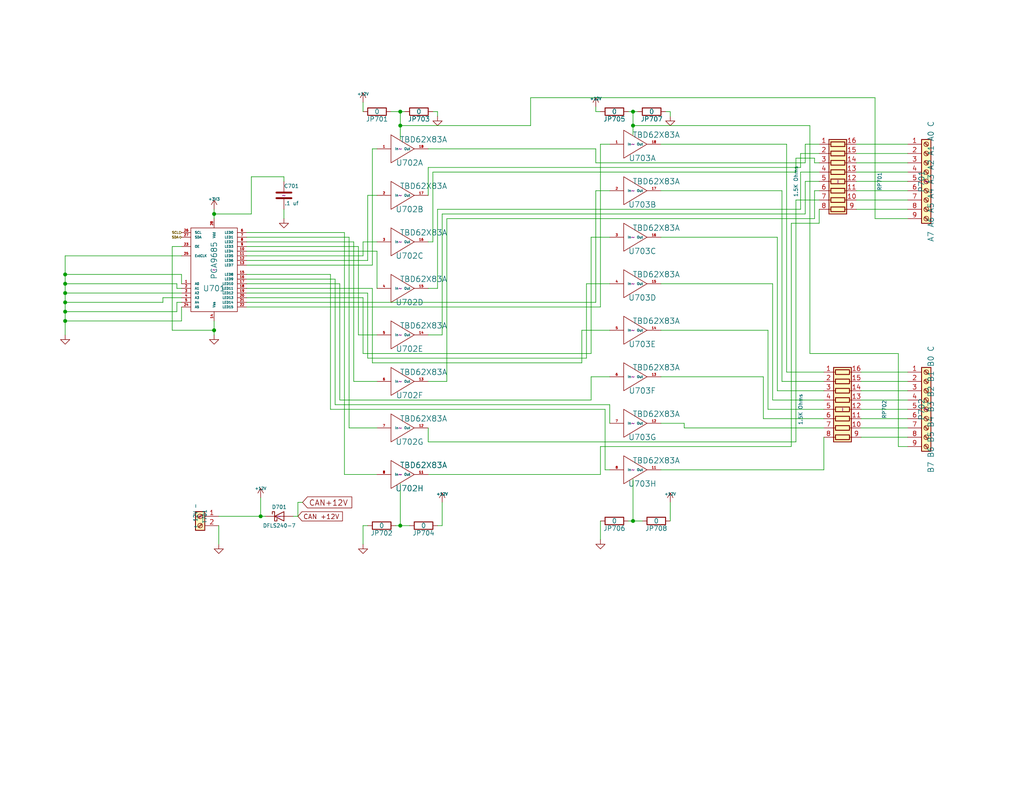
<source format=kicad_sch>
(kicad_sch (version 20211123) (generator eeschema)
  (paper "USLetter")
  (title_block (title "ESP32 S3 Multifunction Board Universal Turnout") (rev "1.0") (company "Deepwoods Software") (comment 1 "PWM Driver"))
  (lib_symbols
    (symbol "ESP32-T7S3-MultiFunctionUniversalTurnout-rescue:+12V" (power) (pin_names (offset 0))
      (property "Value" "+12V" (at 0 3.556 0))
      (symbol "+12V_0_1"
        (polyline (pts (xy -0.762 1.27) (xy 0 2.54)))
        (polyline (pts (xy 0 0) (xy 0 2.54)))
        (polyline (pts (xy 0 2.54) (xy 0.762 1.27)))
      )
      (symbol "+12V_1_1"
        (pin power_in line (at 0 0 90) (length 0) hide (name "+12V") (number "1"))
      )
    )
    (symbol "ESP32-T7S3-MultiFunctionUniversalTurnout-rescue:+3V3" (power) (pin_names (offset 0))
      (property "Value" "+3V3" (at 0 3.556 0))
      (symbol "+3V3_0_1"
        (polyline (pts (xy -0.762 1.27) (xy 0 2.54)))
        (polyline (pts (xy 0 0) (xy 0 2.54)))
        (polyline (pts (xy 0 2.54) (xy 0.762 1.27)))
      )
      (symbol "+3V3_1_1"
        (pin power_in line (at 0 0 90) (length 0) hide (name "+3V3") (number "1"))
      )
    )
    (symbol "ESP32-T7S3-MultiFunctionUniversalTurnout-rescue:C" (pin_numbers hide) (pin_names (offset 0.254))
      (property "Reference" "C" (at 0.635 2.54 0))
      (property "Value" "C" (at 0.635 -2.54 0))
      (symbol "C_0_1"
        (polyline (pts (xy -2.032 -0.762) (xy 2.032 -0.762)) (stroke (width 0.508)))
        (polyline (pts (xy -2.032 0.762) (xy 2.032 0.762)) (stroke (width 0.508)))
      )
      (symbol "C_1_1"
        (pin passive line (at 0 3.81 270) (length 2.794) (name "~") (number "1"))
        (pin passive line (at 0 -3.81 90) (length 2.794) (name "~") (number "2"))
      )
    )
    (symbol "ESP32-T7S3-MultiFunctionUniversalTurnout-rescue:D_Schottky" (pin_numbers hide) (pin_names (offset 1.016) hide)
      (property "Reference" "D" (at 0 2.54 0))
      (property "Value" "D_Schottky" (at 0 -2.54 0))
      (symbol "D_Schottky_0_1"
        (polyline (pts (xy 1.27 0) (xy -1.27 0)))
        (polyline (pts (xy 1.27 1.27) (xy 1.27 -1.27) (xy -1.27 0) (xy 1.27 1.27)) (stroke (width 0.2032)))
        (polyline (pts (xy -1.905 0.635) (xy -1.905 1.27) (xy -1.27 1.27) (xy -1.27 -1.27) (xy -0.635 -1.27) (xy -0.635 -0.635)) (stroke (width 0.2032)))
      )
      (symbol "D_Schottky_1_1"
        (pin passive line (at -3.81 0 0) (length 2.54) (name "K") (number "1"))
        (pin passive line (at 3.81 0 180) (length 2.54) (name "A") (number "2"))
      )
    )
    (symbol "ESP32-T7S3-MultiFunctionUniversalTurnout-rescue:GND" (power) (pin_names (offset 0))
      (property "Value" "GND" (at 0 -3.81 0))
      (symbol "GND_0_1"
        (polyline (pts (xy 0 0) (xy 0 -1.27) (xy 1.27 -1.27) (xy 0 -2.54) (xy -1.27 -1.27) (xy 0 -1.27)))
      )
      (symbol "GND_1_1"
        (pin power_in line (at 0 0 270) (length 0) hide (name "GND") (number "1"))
      )
    )
    (symbol "ESP32-T7S3-MultiFunctionUniversalTurnout-rescue:PCA9685" (pin_names (offset 1.016))
      (property "Reference" "U" (at 0 -5.08 0))
      (property "Value" "PCA9685" (at 0 2.54 90))
      (symbol "PCA9685_0_1"
        (rectangle (start -6.35 11.43) (end 6.35 -11.43))
      )
      (symbol "PCA9685_1_1"
        (pin input line (at -8.89 -3.81 0) (length 2.54) (name "A0") (number "1"))
        (pin output line (at 8.89 5.08 180) (length 2.54) (name "LED4") (number "10"))
        (pin output line (at 8.89 3.81 180) (length 2.54) (name "LED5") (number "11"))
        (pin output line (at 8.89 2.54 180) (length 2.54) (name "LED6") (number "12"))
        (pin output line (at 8.89 1.27 180) (length 2.54) (name "LED7") (number "13"))
        (pin power_in line (at 0 -13.97 90) (length 2.54) (name "Vss") (number "14"))
        (pin output line (at 8.89 -1.27 180) (length 2.54) (name "LED8") (number "15"))
        (pin output line (at 8.89 -2.54 180) (length 2.54) (name "LED9") (number "16"))
        (pin output line (at 8.89 -3.81 180) (length 2.54) (name "LED10") (number "17"))
        (pin output line (at 8.89 -5.08 180) (length 2.54) (name "LED11") (number "18"))
        (pin output line (at 8.89 -6.35 180) (length 2.54) (name "LED12") (number "19"))
        (pin input line (at -8.89 -5.08 0) (length 2.54) (name "A1") (number "2"))
        (pin output line (at 8.89 -7.62 180) (length 2.54) (name "LED13") (number "20"))
        (pin output line (at 8.89 -8.89 180) (length 2.54) (name "LED14") (number "21"))
        (pin output line (at 8.89 -10.16 180) (length 2.54) (name "LED15") (number "22"))
        (pin input line (at -8.89 6.35 0) (length 2.54) (name "OE") (number "23"))
        (pin input line (at -8.89 -10.16 0) (length 2.54) (name "A5") (number "24"))
        (pin input line (at -8.89 3.81 0) (length 2.54) (name "ExtCLK") (number "25"))
        (pin input line (at -8.89 10.16 0) (length 2.54) (name "SCL") (number "26"))
        (pin bidirectional line (at -8.89 8.89 0) (length 2.54) (name "SDA") (number "27"))
        (pin power_in line (at 0 13.97 270) (length 2.54) (name "Vdd") (number "28"))
        (pin input line (at -8.89 -6.35 0) (length 2.54) (name "A2") (number "3"))
        (pin input line (at -8.89 -7.62 0) (length 2.54) (name "A3") (number "4"))
        (pin input line (at -8.89 -8.89 0) (length 2.54) (name "A4") (number "5"))
        (pin output line (at 8.89 10.16 180) (length 2.54) (name "LED0") (number "6"))
        (pin output line (at 8.89 8.89 180) (length 2.54) (name "LED1") (number "7"))
        (pin output line (at 8.89 7.62 180) (length 2.54) (name "LED2") (number "8"))
        (pin output line (at 8.89 6.35 180) (length 2.54) (name "LED3") (number "9"))
      )
    )
    (symbol "ESP32-T7S3-MultiFunctionUniversalTurnout-rescue:R" (pin_numbers hide) (pin_names (offset 0))
      (property "Reference" "R" (at 2.032 0 90))
      (property "Value" "R" (at 0 0 90))
      (symbol "R_0_1"
        (rectangle (start -1.016 -2.54) (end 1.016 2.54) (stroke (width 0.254)))
      )
      (symbol "R_1_1"
        (pin passive line (at 0 3.81 270) (length 1.27) (name "~") (number "1"))
        (pin passive line (at 0 -3.81 90) (length 1.27) (name "~") (number "2"))
      )
    )
    (symbol "ESP32-T7S3-MultiFunctionUniversalTurnout-rescue:R_Pack08" (pin_names (offset 0) hide)
      (property "Reference" "RN" (at -12.7 0 90))
      (property "Value" "R_Pack08" (at 10.16 0 90))
      (symbol "R_Pack08_0_1"
        (rectangle (start -11.43 -2.413) (end 8.89 2.413) (stroke (width 0.254)) (fill (type background)))
        (rectangle (start -10.795 1.905) (end -9.525 -1.905) (stroke (width 0.254)))
        (rectangle (start -8.255 1.905) (end -6.985 -1.905) (stroke (width 0.254)))
        (rectangle (start -5.715 1.905) (end -4.445 -1.905) (stroke (width 0.254)))
        (rectangle (start -3.175 1.905) (end -1.905 -1.905) (stroke (width 0.254)))
        (rectangle (start -0.635 1.905) (end 0.635 -1.905) (stroke (width 0.254)))
        (polyline (pts (xy -10.16 -2.54) (xy -10.16 -1.905)))
        (polyline (pts (xy -10.16 1.905) (xy -10.16 2.54)))
        (polyline (pts (xy -7.62 -2.54) (xy -7.62 -1.905)))
        (polyline (pts (xy -7.62 1.905) (xy -7.62 2.54)))
        (polyline (pts (xy -5.08 -2.54) (xy -5.08 -1.905)))
        (polyline (pts (xy -5.08 1.905) (xy -5.08 2.54)))
        (polyline (pts (xy -2.54 -2.54) (xy -2.54 -1.905)))
        (polyline (pts (xy -2.54 1.905) (xy -2.54 2.54)))
        (polyline (pts (xy 0 -2.54) (xy 0 -1.905)))
        (polyline (pts (xy 0 1.905) (xy 0 2.54)))
        (polyline (pts (xy 2.54 -2.54) (xy 2.54 -1.905)))
        (polyline (pts (xy 2.54 1.905) (xy 2.54 2.54)))
        (polyline (pts (xy 5.08 -2.54) (xy 5.08 -1.905)))
        (polyline (pts (xy 5.08 1.905) (xy 5.08 2.54)))
        (polyline (pts (xy 7.62 -2.54) (xy 7.62 -1.905)))
        (polyline (pts (xy 7.62 1.905) (xy 7.62 2.54)))
        (rectangle (start 1.905 1.905) (end 3.175 -1.905) (stroke (width 0.254)))
        (rectangle (start 4.445 1.905) (end 5.715 -1.905) (stroke (width 0.254)))
        (rectangle (start 6.985 1.905) (end 8.255 -1.905) (stroke (width 0.254)))
      )
      (symbol "R_Pack08_1_1"
        (pin passive line (at -10.16 -5.08 90) (length 2.54) (name "R1.1") (number "1"))
        (pin passive line (at 5.08 5.08 270) (length 2.54) (name "R7.2") (number "10"))
        (pin passive line (at 2.54 5.08 270) (length 2.54) (name "R6.2") (number "11"))
        (pin passive line (at 0 5.08 270) (length 2.54) (name "R5.2") (number "12"))
        (pin passive line (at -2.54 5.08 270) (length 2.54) (name "R4.2") (number "13"))
        (pin passive line (at -5.08 5.08 270) (length 2.54) (name "R3.2") (number "14"))
        (pin passive line (at -7.62 5.08 270) (length 2.54) (name "R2.2") (number "15"))
        (pin passive line (at -10.16 5.08 270) (length 2.54) (name "R1.2") (number "16"))
        (pin passive line (at -7.62 -5.08 90) (length 2.54) (name "R2.1") (number "2"))
        (pin passive line (at -5.08 -5.08 90) (length 2.54) (name "R3.1") (number "3"))
        (pin passive line (at -2.54 -5.08 90) (length 2.54) (name "R4.1") (number "4"))
        (pin passive line (at 0 -5.08 90) (length 2.54) (name "R5.1") (number "5"))
        (pin passive line (at 2.54 -5.08 90) (length 2.54) (name "R6.1") (number "6"))
        (pin passive line (at 5.08 -5.08 90) (length 2.54) (name "R7.1") (number "7"))
        (pin passive line (at 7.62 -5.08 90) (length 2.54) (name "R8.1") (number "8"))
        (pin passive line (at 7.62 5.08 270) (length 2.54) (name "R8.2") (number "9"))
      )
    )
    (symbol "ESP32-T7S3-MultiFunctionUniversalTurnout-rescue:Screw_Terminal_01x02" (pin_names (offset 1.016) hide)
      (property "Reference" "J" (at 0 2.54 0))
      (property "Value" "Screw_Terminal_01x02" (at 0 -5.08 0))
      (symbol "Screw_Terminal_01x02_1_1"
        (rectangle (start -1.27 1.27) (end 1.27 -3.81) (stroke (width 0.254)) (fill (type background)))
        (circle (center 0 -2.54) (radius 0.635) (stroke (width 0.1524)))
        (polyline (pts (xy -0.5334 -2.2098) (xy 0.3302 -3.048)) (stroke (width 0.1524)))
        (polyline (pts (xy -0.5334 0.3302) (xy 0.3302 -0.508)) (stroke (width 0.1524)))
        (polyline (pts (xy -0.3556 -2.032) (xy 0.508 -2.8702)) (stroke (width 0.1524)))
        (polyline (pts (xy -0.3556 0.508) (xy 0.508 -0.3302)) (stroke (width 0.1524)))
        (circle (center 0 0) (radius 0.635) (stroke (width 0.1524)))
        (pin passive line (at -5.08 0 0) (length 3.81) (name "Pin_1") (number "1"))
        (pin passive line (at -5.08 -2.54 0) (length 3.81) (name "Pin_2") (number "2"))
      )
    )
    (symbol "ESP32-T7S3-MultiFunctionUniversalTurnout-rescue:Screw_Terminal_01x09" (pin_names (offset 1.016) hide)
      (property "Reference" "J" (at 0 12.7 0))
      (property "Value" "Screw_Terminal_01x09" (at 0 -12.7 0))
      (symbol "Screw_Terminal_01x09_1_1"
        (rectangle (start -1.27 11.43) (end 1.27 -11.43) (stroke (width 0.254)) (fill (type background)))
        (circle (center 0 -10.16) (radius 0.635) (stroke (width 0.1524)))
        (circle (center 0 -7.62) (radius 0.635) (stroke (width 0.1524)))
        (circle (center 0 -5.08) (radius 0.635) (stroke (width 0.1524)))
        (circle (center 0 -2.54) (radius 0.635) (stroke (width 0.1524)))
        (polyline (pts (xy -0.5334 -9.8298) (xy 0.3302 -10.668)) (stroke (width 0.1524)))
        (polyline (pts (xy -0.5334 -7.2898) (xy 0.3302 -8.128)) (stroke (width 0.1524)))
        (polyline (pts (xy -0.5334 -4.7498) (xy 0.3302 -5.588)) (stroke (width 0.1524)))
        (polyline (pts (xy -0.5334 -2.2098) (xy 0.3302 -3.048)) (stroke (width 0.1524)))
        (polyline (pts (xy -0.5334 0.3302) (xy 0.3302 -0.508)) (stroke (width 0.1524)))
        (polyline (pts (xy -0.5334 2.8702) (xy 0.3302 2.032)) (stroke (width 0.1524)))
        (polyline (pts (xy -0.5334 5.4102) (xy 0.3302 4.572)) (stroke (width 0.1524)))
        (polyline (pts (xy -0.5334 7.9502) (xy 0.3302 7.112)) (stroke (width 0.1524)))
        (polyline (pts (xy -0.5334 10.4902) (xy 0.3302 9.652)) (stroke (width 0.1524)))
        (polyline (pts (xy -0.3556 -9.652) (xy 0.508 -10.4902)) (stroke (width 0.1524)))
        (polyline (pts (xy -0.3556 -7.112) (xy 0.508 -7.9502)) (stroke (width 0.1524)))
        (polyline (pts (xy -0.3556 -4.572) (xy 0.508 -5.4102)) (stroke (width 0.1524)))
        (polyline (pts (xy -0.3556 -2.032) (xy 0.508 -2.8702)) (stroke (width 0.1524)))
        (polyline (pts (xy -0.3556 0.508) (xy 0.508 -0.3302)) (stroke (width 0.1524)))
        (polyline (pts (xy -0.3556 3.048) (xy 0.508 2.2098)) (stroke (width 0.1524)))
        (polyline (pts (xy -0.3556 5.588) (xy 0.508 4.7498)) (stroke (width 0.1524)))
        (polyline (pts (xy -0.3556 8.128) (xy 0.508 7.2898)) (stroke (width 0.1524)))
        (polyline (pts (xy -0.3556 10.668) (xy 0.508 9.8298)) (stroke (width 0.1524)))
        (circle (center 0 0) (radius 0.635) (stroke (width 0.1524)))
        (circle (center 0 2.54) (radius 0.635) (stroke (width 0.1524)))
        (circle (center 0 5.08) (radius 0.635) (stroke (width 0.1524)))
        (circle (center 0 7.62) (radius 0.635) (stroke (width 0.1524)))
        (circle (center 0 10.16) (radius 0.635) (stroke (width 0.1524)))
        (pin passive line (at -5.08 10.16 0) (length 3.81) (name "Pin_1") (number "1"))
        (pin passive line (at -5.08 7.62 0) (length 3.81) (name "Pin_2") (number "2"))
        (pin passive line (at -5.08 5.08 0) (length 3.81) (name "Pin_3") (number "3"))
        (pin passive line (at -5.08 2.54 0) (length 3.81) (name "Pin_4") (number "4"))
        (pin passive line (at -5.08 0 0) (length 3.81) (name "Pin_5") (number "5"))
        (pin passive line (at -5.08 -2.54 0) (length 3.81) (name "Pin_6") (number "6"))
        (pin passive line (at -5.08 -5.08 0) (length 3.81) (name "Pin_7") (number "7"))
        (pin passive line (at -5.08 -7.62 0) (length 3.81) (name "Pin_8") (number "8"))
        (pin passive line (at -5.08 -10.16 0) (length 3.81) (name "Pin_9") (number "9"))
      )
    )
    (symbol "ESP32-T7S3-MultiFunctionUniversalTurnout-rescue:TBD62X83A" (pin_names (offset 1.016))
      (property "Reference" "U" (at 2.54 -3.81 0))
      (property "Value" "TBD62X83A" (at 6.35 2.54 0))
      (symbol "TBD62X83A_0_1"
        (polyline (pts (xy -2.54 3.81) (xy 3.81 0) (xy -2.54 -3.81) (xy -2.54 3.81)))
        (pin unspecified line (at 0 2.54 0) (length 0) hide (name "OC") (number "10"))
        (pin unspecified line (at 0 -2.54 0) (length 0) hide (name "IC") (number "9"))
      )
      (symbol "TBD62X83A_1_1"
        (pin input line (at -6.35 0 0) (length 3.81) (name "In") (number "1"))
        (pin output line (at 7.62 0 180) (length 3.81) (name "Out") (number "18"))
      )
      (symbol "TBD62X83A_2_1"
        (pin output line (at 7.62 0 180) (length 3.81) (name "Out") (number "17"))
        (pin input line (at -6.35 0 0) (length 3.81) (name "In") (number "2"))
      )
      (symbol "TBD62X83A_3_1"
        (pin output line (at 7.62 0 180) (length 3.81) (name "Out") (number "16"))
        (pin input line (at -6.35 0 0) (length 3.81) (name "In") (number "3"))
      )
      (symbol "TBD62X83A_4_1"
        (pin output line (at 7.62 0 180) (length 3.81) (name "Out") (number "15"))
        (pin input line (at -6.35 0 0) (length 3.81) (name "In") (number "4"))
      )
      (symbol "TBD62X83A_5_1"
        (pin output line (at 7.62 0 180) (length 3.81) (name "Out") (number "14"))
        (pin input line (at -6.35 0 0) (length 3.81) (name "In") (number "5"))
      )
      (symbol "TBD62X83A_6_1"
        (pin output line (at 7.62 0 180) (length 3.81) (name "Out") (number "13"))
        (pin input line (at -6.35 0 0) (length 3.81) (name "In") (number "6"))
      )
      (symbol "TBD62X83A_7_1"
        (pin output line (at 7.62 0 180) (length 3.81) (name "Out") (number "12"))
        (pin input line (at -6.35 0 0) (length 3.81) (name "In") (number "7"))
      )
      (symbol "TBD62X83A_8_1"
        (pin output line (at 7.62 0 180) (length 3.81) (name "Out") (number "11"))
        (pin input line (at -6.35 0 0) (length 3.81) (name "In") (number "8"))
      )
    )
  )
  (junction (at 172.72 30.48))
  (junction (at 58.42 58.42))
  (junction (at 109.22 143.51))
  (junction (at 17.78 85.09))
  (junction (at 17.78 82.55))
  (junction (at 172.72 34.29))
  (junction (at 109.22 30.48))
  (junction (at 17.78 87.63))
  (junction (at 58.42 90.17))
  (junction (at 17.78 80.01))
  (junction (at 17.78 77.47))
  (junction (at 71.12 140.97))
  (junction (at 109.22 34.29))
  (junction (at 172.72 142.24))
  (junction (at 17.78 74.93))
  (wire (pts (xy 48.26 77.47) (xy 17.78 77.47)))
  (wire (pts (xy 166.37 128.27) (xy 165.1 128.27)))
  (wire (pts (xy 99.06 96.52) (xy 161.29 96.52)))
  (wire (pts (xy 217.17 46.99) (xy 217.17 43.18)))
  (wire (pts (xy 59.69 140.97) (xy 71.12 140.97)))
  (wire (pts (xy 215.9 121.92) (xy 215.9 60.96)))
  (wire (pts (xy 224.79 106.68) (xy 212.09 106.68)))
  (wire (pts (xy 161.29 109.22) (xy 92.71 109.22)))
  (wire (pts (xy 217.17 120.65) (xy 116.84 120.65)))
  (wire (pts (xy 163.83 129.54) (xy 163.83 121.92)))
  (wire (pts (xy 100.33 97.79) (xy 100.33 80.01)))
  (wire (pts (xy 158.75 99.06) (xy 158.75 90.17)))
  (wire (pts (xy 17.78 80.01) (xy 17.78 82.55)))
  (wire (pts (xy 163.83 142.24) (xy 163.83 147.32)))
  (wire (pts (xy 58.42 57.15) (xy 58.42 58.42)))
  (wire (pts (xy 90.17 74.93) (xy 67.31 74.93)))
  (wire (pts (xy 209.55 90.17) (xy 180.34 90.17)))
  (wire (pts (xy 222.25 52.07) (xy 223.52 52.07)))
  (wire (pts (xy 67.31 83.82) (xy 163.83 83.82)))
  (wire (pts (xy 245.11 96.52) (xy 245.11 121.92)))
  (wire (pts (xy 99.06 69.85) (xy 99.06 66.04)))
  (wire (pts (xy 215.9 60.96) (xy 223.52 60.96)))
  (wire (pts (xy 93.98 129.54) (xy 102.87 129.54)))
  (wire (pts (xy 224.79 116.84) (xy 186.69 116.84)))
  (wire (pts (xy 171.45 30.48) (xy 172.72 30.48)))
  (wire (pts (xy 116.84 129.54) (xy 163.83 129.54)))
  (wire (pts (xy 245.11 121.92) (xy 247.65 121.92)))
  (wire (pts (xy 116.84 40.64) (xy 162.56 40.64)))
  (wire (pts (xy 67.31 64.77) (xy 95.25 64.77)))
  (wire (pts (xy 163.83 121.92) (xy 215.9 121.92)))
  (wire (pts (xy 67.31 76.2) (xy 91.44 76.2)))
  (wire (pts (xy 109.22 34.29) (xy 109.22 38.1)))
  (wire (pts (xy 238.76 59.69) (xy 247.65 59.69)))
  (wire (pts (xy 92.71 109.22) (xy 92.71 77.47)))
  (wire (pts (xy 118.11 46.99) (xy 217.17 46.99)))
  (wire (pts (xy 172.72 34.29) (xy 172.72 36.83)))
  (wire (pts (xy 17.78 85.09) (xy 17.78 87.63)))
  (wire (pts (xy 17.78 87.63) (xy 49.53 87.63)))
  (wire (pts (xy 97.79 67.31) (xy 97.79 91.44)))
  (wire (pts (xy 234.95 104.14) (xy 247.65 104.14)))
  (wire (pts (xy 233.68 39.37) (xy 247.65 39.37)))
  (wire (pts (xy 220.98 34.29) (xy 220.98 96.52)))
  (wire (pts (xy 233.68 54.61) (xy 247.65 54.61)))
  (wire (pts (xy 223.52 41.91) (xy 218.44 41.91)))
  (wire (pts (xy 166.37 102.87) (xy 161.29 102.87)))
  (wire (pts (xy 160.02 77.47) (xy 160.02 97.79)))
  (wire (pts (xy 181.61 30.48) (xy 182.88 30.48)))
  (wire (pts (xy 77.47 48.26) (xy 77.47 49.53)))
  (wire (pts (xy 161.29 96.52) (xy 161.29 64.77)))
  (wire (pts (xy 95.25 116.84) (xy 102.87 116.84)))
  (wire (pts (xy 163.83 39.37) (xy 166.37 39.37)))
  (wire (pts (xy 77.47 57.15) (xy 77.47 59.69)))
  (wire (pts (xy 49.53 87.63) (xy 49.53 83.82)))
  (wire (pts (xy 121.92 59.69) (xy 222.25 59.69)))
  (wire (pts (xy 95.25 64.77) (xy 95.25 116.84)))
  (wire (pts (xy 144.78 26.67) (xy 238.76 26.67)))
  (wire (pts (xy 119.38 57.15) (xy 119.38 78.74)))
  (wire (pts (xy 172.72 142.24) (xy 175.26 142.24)))
  (wire (pts (xy 233.68 49.53) (xy 247.65 49.53)))
  (wire (pts (xy 17.78 82.55) (xy 17.78 85.09)))
  (wire (pts (xy 116.84 66.04) (xy 118.11 66.04)))
  (wire (pts (xy 67.31 67.31) (xy 97.79 67.31)))
  (wire (pts (xy 17.78 74.93) (xy 17.78 77.47)))
  (wire (pts (xy 180.34 102.87) (xy 208.28 102.87)))
  (wire (pts (xy 166.37 110.49) (xy 166.37 115.57)))
  (wire (pts (xy 119.38 31.75) (xy 119.38 30.48)))
  (wire (pts (xy 109.22 132.08) (xy 109.22 143.51)))
  (wire (pts (xy 96.52 104.14) (xy 96.52 66.04)))
  (wire (pts (xy 100.33 71.12) (xy 67.31 71.12)))
  (wire (pts (xy 213.36 104.14) (xy 224.79 104.14)))
  (wire (pts (xy 171.45 142.24) (xy 172.72 142.24)))
  (wire (pts (xy 44.45 82.55) (xy 44.45 81.28)))
  (wire (pts (xy 116.84 120.65) (xy 116.84 116.84)))
  (wire (pts (xy 213.36 52.07) (xy 213.36 104.14)))
  (wire (pts (xy 247.65 41.91) (xy 233.68 41.91)))
  (wire (pts (xy 120.65 137.16) (xy 120.65 143.51)))
  (wire (pts (xy 102.87 104.14) (xy 96.52 104.14)))
  (wire (pts (xy 222.25 43.18) (xy 222.25 44.45)))
  (wire (pts (xy 214.63 39.37) (xy 180.34 39.37)))
  (wire (pts (xy 67.31 81.28) (xy 99.06 81.28)))
  (wire (pts (xy 158.75 90.17) (xy 166.37 90.17)))
  (wire (pts (xy 17.78 74.93) (xy 49.53 74.93)))
  (wire (pts (xy 218.44 45.72) (xy 116.84 45.72)))
  (wire (pts (xy 102.87 68.58) (xy 102.87 78.74)))
  (wire (pts (xy 247.65 57.15) (xy 233.68 57.15)))
  (wire (pts (xy 99.06 66.04) (xy 102.87 66.04)))
  (wire (pts (xy 17.78 69.85) (xy 49.53 69.85)))
  (wire (pts (xy 163.83 83.82) (xy 163.83 39.37)))
  (wire (pts (xy 44.45 81.28) (xy 49.53 81.28)))
  (wire (pts (xy 219.71 49.53) (xy 223.52 49.53)))
  (wire (pts (xy 162.56 44.45) (xy 219.71 44.45)))
  (wire (pts (xy 186.69 116.84) (xy 186.69 115.57)))
  (wire (pts (xy 214.63 101.6) (xy 214.63 39.37)))
  (wire (pts (xy 101.6 78.74) (xy 101.6 99.06)))
  (wire (pts (xy 166.37 77.47) (xy 160.02 77.47)))
  (wire (pts (xy 219.71 58.42) (xy 219.71 49.53)))
  (wire (pts (xy 92.71 77.47) (xy 67.31 77.47)))
  (wire (pts (xy 109.22 143.51) (xy 111.76 143.51)))
  (wire (pts (xy 17.78 77.47) (xy 17.78 80.01)))
  (wire (pts (xy 161.29 64.77) (xy 166.37 64.77)))
  (wire (pts (xy 100.33 53.34) (xy 100.33 71.12)))
  (wire (pts (xy 161.29 102.87) (xy 161.29 109.22)))
  (wire (pts (xy 90.17 111.76) (xy 90.17 74.93)))
  (wire (pts (xy 107.95 143.51) (xy 109.22 143.51)))
  (wire (pts (xy 172.72 130.81) (xy 172.72 142.24)))
  (wire (pts (xy 162.56 40.64) (xy 162.56 44.45)))
  (wire (pts (xy 186.69 115.57) (xy 180.34 115.57)))
  (wire (pts (xy 247.65 52.07) (xy 233.68 52.07)))
  (wire (pts (xy 120.65 91.44) (xy 120.65 58.42)))
  (wire (pts (xy 17.78 85.09) (xy 48.26 85.09)))
  (wire (pts (xy 172.72 30.48) (xy 173.99 30.48)))
  (wire (pts (xy 162.56 30.48) (xy 163.83 30.48)))
  (wire (pts (xy 48.26 85.09) (xy 48.26 82.55)))
  (wire (pts (xy 59.69 143.51) (xy 59.69 148.59)))
  (wire (pts (xy 46.99 90.17) (xy 58.42 90.17)))
  (wire (pts (xy 224.79 111.76) (xy 209.55 111.76)))
  (wire (pts (xy 46.99 67.31) (xy 46.99 90.17)))
  (wire (pts (xy 119.38 78.74) (xy 116.84 78.74)))
  (wire (pts (xy 165.1 111.76) (xy 90.17 111.76)))
  (wire (pts (xy 99.06 81.28) (xy 99.06 96.52)))
  (wire (pts (xy 220.98 96.52) (xy 245.11 96.52)))
  (wire (pts (xy 99.06 27.94) (xy 99.06 30.48)))
  (wire (pts (xy 247.65 46.99) (xy 233.68 46.99)))
  (wire (pts (xy 210.82 109.22) (xy 224.79 109.22)))
  (wire (pts (xy 46.99 67.31) (xy 49.53 67.31)))
  (wire (pts (xy 109.22 30.48) (xy 110.49 30.48)))
  (wire (pts (xy 162.56 52.07) (xy 162.56 82.55)))
  (wire (pts (xy 234.95 114.3) (xy 247.65 114.3)))
  (wire (pts (xy 144.78 34.29) (xy 144.78 26.67)))
  (wire (pts (xy 238.76 26.67) (xy 238.76 59.69)))
  (wire (pts (xy 162.56 82.55) (xy 67.31 82.55)))
  (wire (pts (xy 210.82 77.47) (xy 210.82 109.22)))
  (wire (pts (xy 109.22 30.48) (xy 109.22 34.29)))
  (wire (pts (xy 247.65 111.76) (xy 234.95 111.76)))
  (wire (pts (xy 247.65 106.68) (xy 234.95 106.68)))
  (wire (pts (xy 106.68 30.48) (xy 109.22 30.48)))
  (wire (pts (xy 119.38 30.48) (xy 118.11 30.48)))
  (wire (pts (xy 68.58 58.42) (xy 68.58 48.26)))
  (wire (pts (xy 217.17 54.61) (xy 217.17 120.65)))
  (wire (pts (xy 67.31 72.39) (xy 101.6 72.39)))
  (wire (pts (xy 234.95 109.22) (xy 247.65 109.22)))
  (wire (pts (xy 224.79 101.6) (xy 214.63 101.6)))
  (wire (pts (xy 81.28 140.97) (xy 80.01 140.97)))
  (wire (pts (xy 223.52 60.96) (xy 223.52 57.15)))
  (wire (pts (xy 116.84 45.72) (xy 116.84 53.34)))
  (wire (pts (xy 120.65 143.51) (xy 119.38 143.51)))
  (wire (pts (xy 218.44 41.91) (xy 218.44 45.72)))
  (wire (pts (xy 116.84 104.14) (xy 121.92 104.14)))
  (wire (pts (xy 96.52 66.04) (xy 67.31 66.04)))
  (wire (pts (xy 165.1 128.27) (xy 165.1 111.76)))
  (wire (pts (xy 218.44 57.15) (xy 119.38 57.15)))
  (wire (pts (xy 58.42 87.63) (xy 58.42 90.17)))
  (wire (pts (xy 49.53 74.93) (xy 49.53 77.47)))
  (wire (pts (xy 101.6 40.64) (xy 102.87 40.64)))
  (wire (pts (xy 182.88 30.48) (xy 182.88 31.75)))
  (wire (pts (xy 100.33 143.51) (xy 99.06 143.51)))
  (wire (pts (xy 209.55 111.76) (xy 209.55 90.17)))
  (wire (pts (xy 48.26 78.74) (xy 48.26 77.47)))
  (wire (pts (xy 17.78 80.01) (xy 49.53 80.01)))
  (wire (pts (xy 58.42 90.17) (xy 58.42 91.44)))
  (wire (pts (xy 67.31 63.5) (xy 93.98 63.5)))
  (wire (pts (xy 49.53 82.55) (xy 48.26 82.55)))
  (wire (pts (xy 217.17 43.18) (xy 222.25 43.18)))
  (wire (pts (xy 101.6 72.39) (xy 101.6 40.64)))
  (wire (pts (xy 219.71 44.45) (xy 219.71 39.37)))
  (wire (pts (xy 120.65 58.42) (xy 219.71 58.42)))
  (wire (pts (xy 180.34 52.07) (xy 213.36 52.07)))
  (wire (pts (xy 93.98 63.5) (xy 93.98 129.54)))
  (wire (pts (xy 180.34 77.47) (xy 210.82 77.47)))
  (wire (pts (xy 208.28 102.87) (xy 208.28 114.3)))
  (wire (pts (xy 17.78 69.85) (xy 17.78 74.93)))
  (wire (pts (xy 160.02 97.79) (xy 100.33 97.79)))
  (wire (pts (xy 218.44 46.99) (xy 218.44 57.15)))
  (wire (pts (xy 247.65 101.6) (xy 234.95 101.6)))
  (wire (pts (xy 67.31 69.85) (xy 99.06 69.85)))
  (wire (pts (xy 212.09 64.77) (xy 180.34 64.77)))
  (wire (pts (xy 121.92 104.14) (xy 121.92 59.69)))
  (wire (pts (xy 67.31 68.58) (xy 102.87 68.58)))
  (wire (pts (xy 58.42 58.42) (xy 58.42 59.69)))
  (wire (pts (xy 67.31 78.74) (xy 101.6 78.74)))
  (wire (pts (xy 219.71 39.37) (xy 223.52 39.37)))
  (wire (pts (xy 100.33 80.01) (xy 67.31 80.01)))
  (wire (pts (xy 58.42 58.42) (xy 68.58 58.42)))
  (wire (pts (xy 234.95 119.38) (xy 247.65 119.38)))
  (wire (pts (xy 172.72 34.29) (xy 220.98 34.29)))
  (wire (pts (xy 81.28 137.16) (xy 81.28 140.97)))
  (wire (pts (xy 17.78 82.55) (xy 44.45 82.55)))
  (wire (pts (xy 182.88 137.16) (xy 182.88 142.24)))
  (wire (pts (xy 102.87 53.34) (xy 100.33 53.34)))
  (wire (pts (xy 118.11 66.04) (xy 118.11 46.99)))
  (wire (pts (xy 224.79 119.38) (xy 224.79 128.27)))
  (wire (pts (xy 101.6 99.06) (xy 158.75 99.06)))
  (wire (pts (xy 71.12 140.97) (xy 71.12 135.89)))
  (wire (pts (xy 17.78 87.63) (xy 17.78 91.44)))
  (wire (pts (xy 162.56 29.21) (xy 162.56 30.48)))
  (wire (pts (xy 222.25 44.45) (xy 223.52 44.45)))
  (wire (pts (xy 68.58 48.26) (xy 77.47 48.26)))
  (wire (pts (xy 223.52 54.61) (xy 217.17 54.61)))
  (wire (pts (xy 222.25 59.69) (xy 222.25 52.07)))
  (wire (pts (xy 247.65 116.84) (xy 234.95 116.84)))
  (wire (pts (xy 109.22 34.29) (xy 144.78 34.29)))
  (wire (pts (xy 223.52 46.99) (xy 218.44 46.99)))
  (wire (pts (xy 49.53 78.74) (xy 48.26 78.74)))
  (wire (pts (xy 82.55 137.16) (xy 81.28 137.16)))
  (wire (pts (xy 91.44 76.2) (xy 91.44 110.49)))
  (wire (pts (xy 97.79 91.44) (xy 102.87 91.44)))
  (wire (pts (xy 71.12 140.97) (xy 72.39 140.97)))
  (wire (pts (xy 166.37 52.07) (xy 162.56 52.07)))
  (wire (pts (xy 224.79 128.27) (xy 180.34 128.27)))
  (wire (pts (xy 116.84 91.44) (xy 120.65 91.44)))
  (wire (pts (xy 212.09 106.68) (xy 212.09 64.77)))
  (wire (pts (xy 91.44 110.49) (xy 166.37 110.49)))
  (wire (pts (xy 233.68 44.45) (xy 247.65 44.45)))
  (wire (pts (xy 208.28 114.3) (xy 224.79 114.3)))
  (wire (pts (xy 172.72 30.48) (xy 172.72 34.29)))
  (wire (pts (xy 99.06 143.51) (xy 99.06 148.59)))
  (global_label "CAN+12V" (shape input) (at 82.55 137.16 0) (effects (font (size 1.524 1.524))) (property "Intersheet References" "${INTERSHEET_REFS}" (effects hide)))
  (global_label "CAN +12V" (shape input) (at 81.28 140.97 0) (property "Intersheet References" "${INTERSHEET_REFS}" (effects hide)))
  (hierarchical_label "SCL" (shape input) (at 49.53 63.5 180) (effects (font (size 0.635 0.635))))
  (hierarchical_label "SDA" (shape bidirectional) (at 49.53 64.77 180) (effects (font (size 0.635 0.635))))
  (symbol (lib_id "ESP32-T7S3-MultiFunctionUniversalTurnout-rescue:PCA9685") (at 58.42 73.66 0) (unit 1)
    (property "Reference" "U701" (at 58.42 78.74 0) (effects (font (size 1.524 1.524))))
    (property "Value" "PCA9685" (at 58.42 71.12 90) (effects (font (size 1.524 1.524))))
    (property "Footprint" "Housings_SSOP:TSSOP-28_4.4x9.7mm_Pitch0.65mm" (effects hide))
    (property "Datasheet" "~" (at 58.42 73.66 0) (effects (font (size 1.524 1.524))))
    (property "Mouser Part Number" "771-PCA9685PW,118" (effects hide))
  )
  (symbol (lib_id "ESP32-T7S3-MultiFunctionUniversalTurnout-rescue:+3V3") (at 58.42 57.15 0) (unit 1)
    (property "Reference" "#PWR033" (effects hide))
    (property "Value" "+3V3" (at 58.42 54.356 0) (effects (font (size 0.762 0.762))))
  )
  (symbol (lib_id "ESP32-T7S3-MultiFunctionUniversalTurnout-rescue:GND") (at 58.42 91.44 0) (unit 1)
    (property "Reference" "#PWR034" (effects hide))
    (property "Value" "GND" (effects hide))
  )
  (symbol (lib_id "ESP32-T7S3-MultiFunctionUniversalTurnout-rescue:C") (at 77.47 53.34 0) (unit 1)
    (property "Reference" "C701" (at 77.47 50.8 0) (effects (font (size 1.016 1.016)) (justify left)))
    (property "Value" ".1 uf" (at 77.6224 55.499 0) (effects (font (size 1.016 1.016)) (justify left)))
    (property "Footprint" "Capacitors_SMD:C_0603" (effects hide))
    (property "Datasheet" "~" (at 77.47 53.34 0) (effects (font (size 1.524 1.524))))
    (property "Mouser Part Number" "710-885012206095" (effects hide))
  )
  (symbol (lib_id "ESP32-T7S3-MultiFunctionUniversalTurnout-rescue:GND") (at 77.47 59.69 0) (unit 1)
    (property "Reference" "#PWR035" (effects hide))
    (property "Value" "GND" (effects hide))
  )
  (symbol (lib_id "ESP32-T7S3-MultiFunctionUniversalTurnout-rescue:TBD62X83A") (at 109.22 40.64 0) (unit 1)
    (property "Reference" "U702" (at 111.76 44.45 0) (effects (font (size 1.524 1.524))))
    (property "Value" "TBD62X83A" (at 115.57 38.1 0) (effects (font (size 1.524 1.524))))
    (property "Footprint" "Housings_SOIC:SOIC-18W_7.5x11.6mm_Pitch1.27mm" (effects hide))
    (property "Datasheet" "~" (at 109.22 40.64 0) (effects (font (size 1.524 1.524))))
    (property "Mouser Part Number" "757-TBD62083AFG or 757-TBD62783AFG" (effects hide))
  )
  (symbol (lib_id "ESP32-T7S3-MultiFunctionUniversalTurnout-rescue:TBD62X83A") (at 109.22 53.34 0) (unit 2)
    (property "Reference" "U702" (at 111.76 57.15 0) (effects (font (size 1.524 1.524))))
    (property "Value" "TBD62X83A" (at 115.57 50.8 0) (effects (font (size 1.524 1.524))))
    (property "Footprint" "Housings_SOIC:SOIC-18W_7.5x11.6mm_Pitch1.27mm" (effects hide))
    (property "Datasheet" "~" (at 109.22 53.34 0) (effects (font (size 1.524 1.524))))
  )
  (symbol (lib_id "ESP32-T7S3-MultiFunctionUniversalTurnout-rescue:TBD62X83A") (at 109.22 66.04 0) (unit 3)
    (property "Reference" "U702" (at 111.76 69.85 0) (effects (font (size 1.524 1.524))))
    (property "Value" "TBD62X83A" (at 115.57 63.5 0) (effects (font (size 1.524 1.524))))
    (property "Footprint" "Housings_SOIC:SOIC-18W_7.5x11.6mm_Pitch1.27mm" (effects hide))
    (property "Datasheet" "~" (at 109.22 66.04 0) (effects (font (size 1.524 1.524))))
  )
  (symbol (lib_id "ESP32-T7S3-MultiFunctionUniversalTurnout-rescue:TBD62X83A") (at 109.22 78.74 0) (unit 4)
    (property "Reference" "U702" (at 111.76 82.55 0) (effects (font (size 1.524 1.524))))
    (property "Value" "TBD62X83A" (at 115.57 76.2 0) (effects (font (size 1.524 1.524))))
    (property "Footprint" "Housings_SOIC:SOIC-18W_7.5x11.6mm_Pitch1.27mm" (effects hide))
    (property "Datasheet" "~" (at 109.22 78.74 0) (effects (font (size 1.524 1.524))))
  )
  (symbol (lib_id "ESP32-T7S3-MultiFunctionUniversalTurnout-rescue:TBD62X83A") (at 109.22 91.44 0) (unit 5)
    (property "Reference" "U702" (at 111.76 95.25 0) (effects (font (size 1.524 1.524))))
    (property "Value" "TBD62X83A" (at 115.57 88.9 0) (effects (font (size 1.524 1.524))))
    (property "Footprint" "Housings_SOIC:SOIC-18W_7.5x11.6mm_Pitch1.27mm" (effects hide))
    (property "Datasheet" "~" (at 109.22 91.44 0) (effects (font (size 1.524 1.524))))
  )
  (symbol (lib_id "ESP32-T7S3-MultiFunctionUniversalTurnout-rescue:TBD62X83A") (at 109.22 104.14 0) (unit 6)
    (property "Reference" "U702" (at 111.76 107.95 0) (effects (font (size 1.524 1.524))))
    (property "Value" "TBD62X83A" (at 115.57 101.6 0) (effects (font (size 1.524 1.524))))
    (property "Footprint" "Housings_SOIC:SOIC-18W_7.5x11.6mm_Pitch1.27mm" (effects hide))
    (property "Datasheet" "~" (at 109.22 104.14 0) (effects (font (size 1.524 1.524))))
  )
  (symbol (lib_id "ESP32-T7S3-MultiFunctionUniversalTurnout-rescue:TBD62X83A") (at 109.22 116.84 0) (unit 7)
    (property "Reference" "U702" (at 111.76 120.65 0) (effects (font (size 1.524 1.524))))
    (property "Value" "TBD62X83A" (at 115.57 114.3 0) (effects (font (size 1.524 1.524))))
    (property "Footprint" "Housings_SOIC:SOIC-18W_7.5x11.6mm_Pitch1.27mm" (effects hide))
    (property "Datasheet" "~" (at 109.22 116.84 0) (effects (font (size 1.524 1.524))))
  )
  (symbol (lib_id "ESP32-T7S3-MultiFunctionUniversalTurnout-rescue:TBD62X83A") (at 109.22 129.54 0) (unit 8)
    (property "Reference" "U702" (at 111.76 133.35 0) (effects (font (size 1.524 1.524))))
    (property "Value" "TBD62X83A" (at 115.57 127 0) (effects (font (size 1.524 1.524))))
    (property "Footprint" "Housings_SOIC:SOIC-18W_7.5x11.6mm_Pitch1.27mm" (effects hide))
    (property "Datasheet" "~" (at 109.22 129.54 0) (effects (font (size 1.524 1.524))))
  )
  (symbol (lib_id "ESP32-T7S3-MultiFunctionUniversalTurnout-rescue:TBD62X83A") (at 172.72 39.37 0) (unit 1)
    (property "Reference" "U703" (at 175.26 43.18 0) (effects (font (size 1.524 1.524))))
    (property "Value" "TBD62X83A" (at 179.07 36.83 0) (effects (font (size 1.524 1.524))))
    (property "Footprint" "Housings_SOIC:SOIC-18W_7.5x11.6mm_Pitch1.27mm" (effects hide))
    (property "Datasheet" "~" (at 172.72 39.37 0) (effects (font (size 1.524 1.524))))
    (property "Mouser Part Number" "757-TBD62083AFG or 757-TBD62783AFG" (effects hide))
  )
  (symbol (lib_id "ESP32-T7S3-MultiFunctionUniversalTurnout-rescue:TBD62X83A") (at 172.72 52.07 0) (unit 2)
    (property "Reference" "U703" (at 175.26 55.88 0) (effects (font (size 1.524 1.524))))
    (property "Value" "TBD62X83A" (at 179.07 49.53 0) (effects (font (size 1.524 1.524))))
    (property "Footprint" "Housings_SOIC:SOIC-18W_7.5x11.6mm_Pitch1.27mm" (effects hide))
    (property "Datasheet" "~" (at 172.72 52.07 0) (effects (font (size 1.524 1.524))))
  )
  (symbol (lib_id "ESP32-T7S3-MultiFunctionUniversalTurnout-rescue:TBD62X83A") (at 172.72 64.77 0) (unit 3)
    (property "Reference" "U703" (at 175.26 68.58 0) (effects (font (size 1.524 1.524))))
    (property "Value" "TBD62X83A" (at 179.07 62.23 0) (effects (font (size 1.524 1.524))))
    (property "Footprint" "Housings_SOIC:SOIC-18W_7.5x11.6mm_Pitch1.27mm" (effects hide))
    (property "Datasheet" "~" (at 172.72 64.77 0) (effects (font (size 1.524 1.524))))
  )
  (symbol (lib_id "ESP32-T7S3-MultiFunctionUniversalTurnout-rescue:TBD62X83A") (at 172.72 77.47 0) (unit 4)
    (property "Reference" "U703" (at 175.26 81.28 0) (effects (font (size 1.524 1.524))))
    (property "Value" "TBD62X83A" (at 179.07 74.93 0) (effects (font (size 1.524 1.524))))
    (property "Footprint" "Housings_SOIC:SOIC-18W_7.5x11.6mm_Pitch1.27mm" (effects hide))
    (property "Datasheet" "~" (at 172.72 77.47 0) (effects (font (size 1.524 1.524))))
  )
  (symbol (lib_id "ESP32-T7S3-MultiFunctionUniversalTurnout-rescue:TBD62X83A") (at 172.72 90.17 0) (unit 5)
    (property "Reference" "U703" (at 175.26 93.98 0) (effects (font (size 1.524 1.524))))
    (property "Value" "TBD62X83A" (at 179.07 87.63 0) (effects (font (size 1.524 1.524))))
    (property "Footprint" "Housings_SOIC:SOIC-18W_7.5x11.6mm_Pitch1.27mm" (effects hide))
    (property "Datasheet" "~" (at 172.72 90.17 0) (effects (font (size 1.524 1.524))))
  )
  (symbol (lib_id "ESP32-T7S3-MultiFunctionUniversalTurnout-rescue:TBD62X83A") (at 172.72 102.87 0) (unit 6)
    (property "Reference" "U703" (at 175.26 106.68 0) (effects (font (size 1.524 1.524))))
    (property "Value" "TBD62X83A" (at 179.07 100.33 0) (effects (font (size 1.524 1.524))))
    (property "Footprint" "Housings_SOIC:SOIC-18W_7.5x11.6mm_Pitch1.27mm" (effects hide))
    (property "Datasheet" "~" (at 172.72 102.87 0) (effects (font (size 1.524 1.524))))
  )
  (symbol (lib_id "ESP32-T7S3-MultiFunctionUniversalTurnout-rescue:TBD62X83A") (at 172.72 115.57 0) (unit 7)
    (property "Reference" "U703" (at 175.26 119.38 0) (effects (font (size 1.524 1.524))))
    (property "Value" "TBD62X83A" (at 179.07 113.03 0) (effects (font (size 1.524 1.524))))
    (property "Footprint" "Housings_SOIC:SOIC-18W_7.5x11.6mm_Pitch1.27mm" (effects hide))
    (property "Datasheet" "~" (at 172.72 115.57 0) (effects (font (size 1.524 1.524))))
  )
  (symbol (lib_id "ESP32-T7S3-MultiFunctionUniversalTurnout-rescue:TBD62X83A") (at 172.72 128.27 0) (unit 8)
    (property "Reference" "U703" (at 175.26 132.08 0) (effects (font (size 1.524 1.524))))
    (property "Value" "TBD62X83A" (at 179.07 125.73 0) (effects (font (size 1.524 1.524))))
    (property "Footprint" "Housings_SOIC:SOIC-18W_7.5x11.6mm_Pitch1.27mm" (effects hide))
    (property "Datasheet" "~" (at 172.72 128.27 0) (effects (font (size 1.524 1.524))))
  )
  (symbol (lib_id "ESP32-T7S3-MultiFunctionUniversalTurnout-rescue:R_Pack08") (at 228.6 49.53 270) (unit 1)
    (property "Reference" "RP701" (at 240.03 49.53 0) (effects (font (size 1.016 1.016))))
    (property "Value" "1.5K Ohms" (at 217.17 49.53 0) (effects (font (size 1.016 1.016))))
    (property "Footprint" "48xxP:4816P" (effects hide))
    (property "Datasheet" "~" (at 228.6 49.53 0) (effects (font (size 1.524 1.524))))
    (property "Mouser Part Number" "652-4816P-T1LF-152LF" (effects hide))
  )
  (symbol (lib_id "ESP32-T7S3-MultiFunctionUniversalTurnout-rescue:R_Pack08") (at 229.87 111.76 270) (unit 1)
    (property "Reference" "RP702" (at 241.3 111.76 0) (effects (font (size 1.016 1.016))))
    (property "Value" "1.5K Ohms" (at 218.44 111.76 0) (effects (font (size 1.016 1.016))))
    (property "Footprint" "48xxP:4816P" (effects hide))
    (property "Datasheet" "~" (at 229.87 111.76 0) (effects (font (size 1.524 1.524))))
    (property "Mouser Part Number" "652-4816P-T1LF-152LF" (effects hide))
  )
  (symbol (lib_id "ESP32-T7S3-MultiFunctionUniversalTurnout-rescue:Screw_Terminal_01x09") (at 252.73 49.53 0) (unit 1)
    (property "Reference" "P701" (at 251.46 49.53 90) (effects (font (size 1.524 1.524))))
    (property "Value" "A7 A6 A5 A4 A3 A2 A1 A0 C" (at 254 49.53 90) (effects (font (size 1.524 1.524))))
    (property "Footprint" "Connectors_Terminal_Blocks:TerminalBlock_Pheonix_MPT-2.54mm_9pol" (effects hide))
    (property "Datasheet" "~" (at 252.73 49.53 0) (effects (font (size 1.524 1.524))))
    (property "Mouser Part Number" "651-1725724" (effects hide))
  )
  (symbol (lib_id "ESP32-T7S3-MultiFunctionUniversalTurnout-rescue:Screw_Terminal_01x09") (at 252.73 111.76 0) (unit 1)
    (property "Reference" "P702" (at 251.46 111.76 90) (effects (font (size 1.524 1.524))))
    (property "Value" "B7 B6 B5 B4 B3 B2 B1 B0 C" (at 254 111.76 90) (effects (font (size 1.524 1.524))))
    (property "Footprint" "Connectors_Terminal_Blocks:TerminalBlock_Pheonix_MPT-2.54mm_9pol" (effects hide))
    (property "Datasheet" "~" (at 252.73 111.76 0) (effects (font (size 1.524 1.524))))
    (property "Mouser Part Number" "651-1725724" (effects hide))
  )
  (symbol (lib_id "ESP32-T7S3-MultiFunctionUniversalTurnout-rescue:+12V") (at 99.06 27.94 0) (unit 1)
    (property "Reference" "#PWR036" (effects hide))
    (property "Value" "+12V" (at 99.06 25.654 0) (effects (font (size 0.762 0.762))))
  )
  (symbol (lib_id "ESP32-T7S3-MultiFunctionUniversalTurnout-rescue:+12V") (at 162.56 29.21 0) (unit 1)
    (property "Reference" "#PWR037" (effects hide))
    (property "Value" "+12V" (at 162.56 26.924 0) (effects (font (size 0.762 0.762))))
  )
  (symbol (lib_id "ESP32-T7S3-MultiFunctionUniversalTurnout-rescue:+12V") (at 182.88 137.16 0) (unit 1)
    (property "Reference" "#PWR038" (effects hide))
    (property "Value" "+12V" (at 182.88 134.874 0) (effects (font (size 0.762 0.762))))
  )
  (symbol (lib_id "ESP32-T7S3-MultiFunctionUniversalTurnout-rescue:+12V") (at 120.65 137.16 0) (unit 1)
    (property "Reference" "#PWR039" (effects hide))
    (property "Value" "+12V" (at 120.65 134.874 0) (effects (font (size 0.762 0.762))))
  )
  (symbol (lib_id "ESP32-T7S3-MultiFunctionUniversalTurnout-rescue:GND") (at 99.06 148.59 0) (unit 1)
    (property "Reference" "#PWR040" (effects hide))
    (property "Value" "GND" (effects hide))
  )
  (symbol (lib_id "ESP32-T7S3-MultiFunctionUniversalTurnout-rescue:GND") (at 163.83 147.32 0) (unit 1)
    (property "Reference" "#PWR041" (effects hide))
    (property "Value" "GND" (effects hide))
  )
  (symbol (lib_id "ESP32-T7S3-MultiFunctionUniversalTurnout-rescue:GND") (at 182.88 31.75 0) (unit 1)
    (property "Reference" "#PWR042" (effects hide))
    (property "Value" "GND" (effects hide))
  )
  (symbol (lib_id "ESP32-T7S3-MultiFunctionUniversalTurnout-rescue:GND") (at 119.38 31.75 0) (unit 1)
    (property "Reference" "#PWR043" (effects hide))
    (property "Value" "GND" (effects hide))
  )
  (symbol (lib_id "ESP32-T7S3-MultiFunctionUniversalTurnout-rescue:GND") (at 17.78 91.44 0) (unit 1)
    (property "Reference" "#PWR044" (effects hide))
    (property "Value" "GND" (effects hide))
  )
  (symbol (lib_id "ESP32-T7S3-MultiFunctionUniversalTurnout-rescue:D_Schottky") (at 76.2 140.97 0) (unit 1)
    (property "Reference" "D701" (at 76.2 138.43 0) (effects (font (size 1.016 1.016))))
    (property "Value" "DFLS240-7" (at 76.2 143.51 0) (effects (font (size 1.016 1.016))))
    (property "Footprint" "Diodes_SMD:D_PowerDI-123" (effects hide))
    (property "Datasheet" "~" (at 76.2 140.97 0) (effects (font (size 1.524 1.524))))
    (property "Mouser Part Number" "621-DFLS240-7" (effects hide))
  )
  (symbol (lib_id "ESP32-T7S3-MultiFunctionUniversalTurnout-rescue:+12V") (at 71.12 135.89 0) (unit 1)
    (property "Reference" "#PWR045" (effects hide))
    (property "Value" "+12V" (at 71.12 133.35 0) (effects (font (size 0.762 0.762))))
  )
  (symbol (lib_id "ESP32-T7S3-MultiFunctionUniversalTurnout-rescue:Screw_Terminal_01x02") (at 54.61 140.97 0) (mirror y) (unit 1)
    (property "Reference" "T701" (at 55.88 140.97 90) (effects (font (size 1.016 1.016))))
    (property "Value" "+ 12V -" (at 53.34 140.97 90) (effects (font (size 1.016 1.016))))
    (property "Footprint" "Connectors_Terminal_Blocks:TerminalBlock_Pheonix_MPT-2.54mm_2pol" (effects hide))
    (property "Datasheet" "~" (at 54.61 140.97 0) (effects (font (size 1.524 1.524))))
    (property "Mouser Part Number" "651-1725656" (effects hide))
  )
  (symbol (lib_id "ESP32-T7S3-MultiFunctionUniversalTurnout-rescue:GND") (at 59.69 148.59 0) (unit 1)
    (property "Reference" "#PWR046" (effects hide))
    (property "Value" "GND" (effects hide))
  )
  (symbol (lib_id "ESP32-T7S3-MultiFunctionUniversalTurnout-rescue:R") (at 102.87 30.48 270) (unit 1)
    (property "Reference" "JP701" (at 102.87 32.512 90))
    (property "Value" "0" (at 102.87 30.48 90))
    (property "Footprint" "Resistors_SMD:R_1206" (effects hide))
    (property "Mouser Part Number" "71-CRCW12060000Z0EBC" (effects hide))
  )
  (symbol (lib_id "ESP32-T7S3-MultiFunctionUniversalTurnout-rescue:R") (at 114.3 30.48 270) (unit 1)
    (property "Reference" "JP703" (at 114.3 32.512 90))
    (property "Value" "0" (at 114.3 30.48 90))
    (property "Footprint" "Resistors_SMD:R_1206" (effects hide))
    (property "Mouser Part Number" "71-CRCW12060000Z0EBC" (effects hide))
  )
  (symbol (lib_id "ESP32-T7S3-MultiFunctionUniversalTurnout-rescue:R") (at 104.14 143.51 270) (unit 1)
    (property "Reference" "JP702" (at 104.14 145.542 90))
    (property "Value" "0" (at 104.14 143.51 90))
    (property "Footprint" "Resistors_SMD:R_1206" (effects hide))
    (property "Mouser Part Number" "71-CRCW12060000Z0EBC" (effects hide))
  )
  (symbol (lib_id "ESP32-T7S3-MultiFunctionUniversalTurnout-rescue:R") (at 115.57 143.51 270) (unit 1)
    (property "Reference" "JP704" (at 115.57 145.542 90))
    (property "Value" "0" (at 115.57 143.51 90))
    (property "Footprint" "Resistors_SMD:R_1206" (effects hide))
    (property "Mouser Part Number" "71-CRCW12060000Z0EBC" (effects hide))
  )
  (symbol (lib_id "ESP32-T7S3-MultiFunctionUniversalTurnout-rescue:R") (at 167.64 30.48 270) (unit 1)
    (property "Reference" "JP705" (at 167.64 32.512 90))
    (property "Value" "0" (at 167.64 30.48 90))
    (property "Footprint" "Resistors_SMD:R_1206" (effects hide))
    (property "Mouser Part Number" "71-CRCW12060000Z0EBC" (effects hide))
  )
  (symbol (lib_id "ESP32-T7S3-MultiFunctionUniversalTurnout-rescue:R") (at 177.8 30.48 270) (unit 1)
    (property "Reference" "JP707" (at 177.8 32.512 90))
    (property "Value" "0" (at 177.8 30.48 90))
    (property "Footprint" "Resistors_SMD:R_1206" (effects hide))
    (property "Mouser Part Number" "71-CRCW12060000Z0EBC" (effects hide))
  )
  (symbol (lib_id "ESP32-T7S3-MultiFunctionUniversalTurnout-rescue:R") (at 167.64 142.24 270) (unit 1)
    (property "Reference" "JP706" (at 167.64 144.272 90))
    (property "Value" "0" (at 167.64 142.24 90))
    (property "Footprint" "Resistors_SMD:R_1206" (effects hide))
    (property "Mouser Part Number" "71-CRCW12060000Z0EBC" (effects hide))
  )
  (symbol (lib_id "ESP32-T7S3-MultiFunctionUniversalTurnout-rescue:R") (at 179.07 142.24 270) (unit 1)
    (property "Reference" "JP708" (at 179.07 144.272 90))
    (property "Value" "0" (at 179.07 142.24 90))
    (property "Footprint" "Resistors_SMD:R_1206" (effects hide))
    (property "Mouser Part Number" "71-CRCW12060000Z0EBC" (effects hide))
  )
)
</source>
